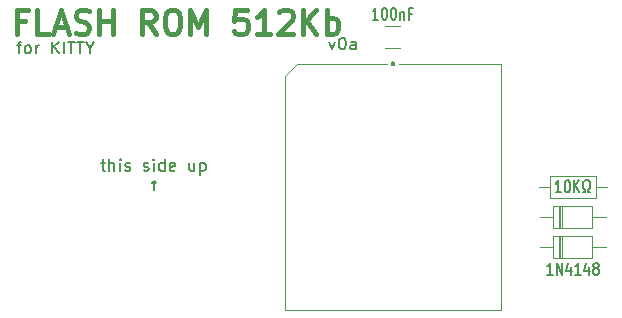
<source format=gbr>
%TF.GenerationSoftware,KiCad,Pcbnew,7.0.8*%
%TF.CreationDate,2023-11-13T09:49:43+00:00*%
%TF.ProjectId,rom-cart,726f6d2d-6361-4727-942e-6b696361645f,rev?*%
%TF.SameCoordinates,Original*%
%TF.FileFunction,Legend,Top*%
%TF.FilePolarity,Positive*%
%FSLAX46Y46*%
G04 Gerber Fmt 4.6, Leading zero omitted, Abs format (unit mm)*
G04 Created by KiCad (PCBNEW 7.0.8) date 2023-11-13 09:49:43*
%MOMM*%
%LPD*%
G01*
G04 APERTURE LIST*
%ADD10C,0.150000*%
%ADD11C,0.400000*%
%ADD12C,0.160000*%
%ADD13C,0.200000*%
%ADD14C,0.120000*%
%ADD15C,0.300000*%
G04 APERTURE END LIST*
D10*
X43093095Y-61687152D02*
X43474047Y-61687152D01*
X43235952Y-62353819D02*
X43235952Y-61496676D01*
X43235952Y-61496676D02*
X43283571Y-61401438D01*
X43283571Y-61401438D02*
X43378809Y-61353819D01*
X43378809Y-61353819D02*
X43474047Y-61353819D01*
X43950238Y-62353819D02*
X43855000Y-62306200D01*
X43855000Y-62306200D02*
X43807381Y-62258580D01*
X43807381Y-62258580D02*
X43759762Y-62163342D01*
X43759762Y-62163342D02*
X43759762Y-61877628D01*
X43759762Y-61877628D02*
X43807381Y-61782390D01*
X43807381Y-61782390D02*
X43855000Y-61734771D01*
X43855000Y-61734771D02*
X43950238Y-61687152D01*
X43950238Y-61687152D02*
X44093095Y-61687152D01*
X44093095Y-61687152D02*
X44188333Y-61734771D01*
X44188333Y-61734771D02*
X44235952Y-61782390D01*
X44235952Y-61782390D02*
X44283571Y-61877628D01*
X44283571Y-61877628D02*
X44283571Y-62163342D01*
X44283571Y-62163342D02*
X44235952Y-62258580D01*
X44235952Y-62258580D02*
X44188333Y-62306200D01*
X44188333Y-62306200D02*
X44093095Y-62353819D01*
X44093095Y-62353819D02*
X43950238Y-62353819D01*
X44712143Y-62353819D02*
X44712143Y-61687152D01*
X44712143Y-61877628D02*
X44759762Y-61782390D01*
X44759762Y-61782390D02*
X44807381Y-61734771D01*
X44807381Y-61734771D02*
X44902619Y-61687152D01*
X44902619Y-61687152D02*
X44997857Y-61687152D01*
X46093096Y-62353819D02*
X46093096Y-61353819D01*
X46664524Y-62353819D02*
X46235953Y-61782390D01*
X46664524Y-61353819D02*
X46093096Y-61925247D01*
X47093096Y-62353819D02*
X47093096Y-61353819D01*
X47426429Y-61353819D02*
X47997857Y-61353819D01*
X47712143Y-62353819D02*
X47712143Y-61353819D01*
X48188334Y-61353819D02*
X48759762Y-61353819D01*
X48474048Y-62353819D02*
X48474048Y-61353819D01*
X49283572Y-61877628D02*
X49283572Y-62353819D01*
X48950239Y-61353819D02*
X49283572Y-61877628D01*
X49283572Y-61877628D02*
X49616905Y-61353819D01*
D11*
X43784856Y-59646819D02*
X43118189Y-59646819D01*
X43118189Y-60694438D02*
X43118189Y-58694438D01*
X43118189Y-58694438D02*
X44070570Y-58694438D01*
X45784856Y-60694438D02*
X44832475Y-60694438D01*
X44832475Y-60694438D02*
X44832475Y-58694438D01*
X46356285Y-60123009D02*
X47308666Y-60123009D01*
X46165809Y-60694438D02*
X46832475Y-58694438D01*
X46832475Y-58694438D02*
X47499142Y-60694438D01*
X48070571Y-60599200D02*
X48356285Y-60694438D01*
X48356285Y-60694438D02*
X48832476Y-60694438D01*
X48832476Y-60694438D02*
X49022952Y-60599200D01*
X49022952Y-60599200D02*
X49118190Y-60503961D01*
X49118190Y-60503961D02*
X49213428Y-60313485D01*
X49213428Y-60313485D02*
X49213428Y-60123009D01*
X49213428Y-60123009D02*
X49118190Y-59932533D01*
X49118190Y-59932533D02*
X49022952Y-59837295D01*
X49022952Y-59837295D02*
X48832476Y-59742057D01*
X48832476Y-59742057D02*
X48451523Y-59646819D01*
X48451523Y-59646819D02*
X48261047Y-59551580D01*
X48261047Y-59551580D02*
X48165809Y-59456342D01*
X48165809Y-59456342D02*
X48070571Y-59265866D01*
X48070571Y-59265866D02*
X48070571Y-59075390D01*
X48070571Y-59075390D02*
X48165809Y-58884914D01*
X48165809Y-58884914D02*
X48261047Y-58789676D01*
X48261047Y-58789676D02*
X48451523Y-58694438D01*
X48451523Y-58694438D02*
X48927714Y-58694438D01*
X48927714Y-58694438D02*
X49213428Y-58789676D01*
X50070571Y-60694438D02*
X50070571Y-58694438D01*
X50070571Y-59646819D02*
X51213428Y-59646819D01*
X51213428Y-60694438D02*
X51213428Y-58694438D01*
X54832476Y-60694438D02*
X54165809Y-59742057D01*
X53689619Y-60694438D02*
X53689619Y-58694438D01*
X53689619Y-58694438D02*
X54451524Y-58694438D01*
X54451524Y-58694438D02*
X54642000Y-58789676D01*
X54642000Y-58789676D02*
X54737238Y-58884914D01*
X54737238Y-58884914D02*
X54832476Y-59075390D01*
X54832476Y-59075390D02*
X54832476Y-59361104D01*
X54832476Y-59361104D02*
X54737238Y-59551580D01*
X54737238Y-59551580D02*
X54642000Y-59646819D01*
X54642000Y-59646819D02*
X54451524Y-59742057D01*
X54451524Y-59742057D02*
X53689619Y-59742057D01*
X56070571Y-58694438D02*
X56451524Y-58694438D01*
X56451524Y-58694438D02*
X56642000Y-58789676D01*
X56642000Y-58789676D02*
X56832476Y-58980152D01*
X56832476Y-58980152D02*
X56927714Y-59361104D01*
X56927714Y-59361104D02*
X56927714Y-60027771D01*
X56927714Y-60027771D02*
X56832476Y-60408723D01*
X56832476Y-60408723D02*
X56642000Y-60599200D01*
X56642000Y-60599200D02*
X56451524Y-60694438D01*
X56451524Y-60694438D02*
X56070571Y-60694438D01*
X56070571Y-60694438D02*
X55880095Y-60599200D01*
X55880095Y-60599200D02*
X55689619Y-60408723D01*
X55689619Y-60408723D02*
X55594381Y-60027771D01*
X55594381Y-60027771D02*
X55594381Y-59361104D01*
X55594381Y-59361104D02*
X55689619Y-58980152D01*
X55689619Y-58980152D02*
X55880095Y-58789676D01*
X55880095Y-58789676D02*
X56070571Y-58694438D01*
X57784857Y-60694438D02*
X57784857Y-58694438D01*
X57784857Y-58694438D02*
X58451524Y-60123009D01*
X58451524Y-60123009D02*
X59118190Y-58694438D01*
X59118190Y-58694438D02*
X59118190Y-60694438D01*
X62546762Y-58694438D02*
X61594381Y-58694438D01*
X61594381Y-58694438D02*
X61499143Y-59646819D01*
X61499143Y-59646819D02*
X61594381Y-59551580D01*
X61594381Y-59551580D02*
X61784857Y-59456342D01*
X61784857Y-59456342D02*
X62261048Y-59456342D01*
X62261048Y-59456342D02*
X62451524Y-59551580D01*
X62451524Y-59551580D02*
X62546762Y-59646819D01*
X62546762Y-59646819D02*
X62642000Y-59837295D01*
X62642000Y-59837295D02*
X62642000Y-60313485D01*
X62642000Y-60313485D02*
X62546762Y-60503961D01*
X62546762Y-60503961D02*
X62451524Y-60599200D01*
X62451524Y-60599200D02*
X62261048Y-60694438D01*
X62261048Y-60694438D02*
X61784857Y-60694438D01*
X61784857Y-60694438D02*
X61594381Y-60599200D01*
X61594381Y-60599200D02*
X61499143Y-60503961D01*
X64546762Y-60694438D02*
X63403905Y-60694438D01*
X63975333Y-60694438D02*
X63975333Y-58694438D01*
X63975333Y-58694438D02*
X63784857Y-58980152D01*
X63784857Y-58980152D02*
X63594381Y-59170628D01*
X63594381Y-59170628D02*
X63403905Y-59265866D01*
X65308667Y-58884914D02*
X65403905Y-58789676D01*
X65403905Y-58789676D02*
X65594381Y-58694438D01*
X65594381Y-58694438D02*
X66070572Y-58694438D01*
X66070572Y-58694438D02*
X66261048Y-58789676D01*
X66261048Y-58789676D02*
X66356286Y-58884914D01*
X66356286Y-58884914D02*
X66451524Y-59075390D01*
X66451524Y-59075390D02*
X66451524Y-59265866D01*
X66451524Y-59265866D02*
X66356286Y-59551580D01*
X66356286Y-59551580D02*
X65213429Y-60694438D01*
X65213429Y-60694438D02*
X66451524Y-60694438D01*
X67308667Y-60694438D02*
X67308667Y-58694438D01*
X68451524Y-60694438D02*
X67594381Y-59551580D01*
X68451524Y-58694438D02*
X67308667Y-59837295D01*
X69308667Y-60694438D02*
X69308667Y-58694438D01*
X69308667Y-59456342D02*
X69499143Y-59361104D01*
X69499143Y-59361104D02*
X69880096Y-59361104D01*
X69880096Y-59361104D02*
X70070572Y-59456342D01*
X70070572Y-59456342D02*
X70165810Y-59551580D01*
X70165810Y-59551580D02*
X70261048Y-59742057D01*
X70261048Y-59742057D02*
X70261048Y-60313485D01*
X70261048Y-60313485D02*
X70165810Y-60503961D01*
X70165810Y-60503961D02*
X70070572Y-60599200D01*
X70070572Y-60599200D02*
X69880096Y-60694438D01*
X69880096Y-60694438D02*
X69499143Y-60694438D01*
X69499143Y-60694438D02*
X69308667Y-60599200D01*
D10*
X69546933Y-61356952D02*
X69785028Y-62023619D01*
X69785028Y-62023619D02*
X70023123Y-61356952D01*
X70594552Y-61023619D02*
X70689790Y-61023619D01*
X70689790Y-61023619D02*
X70785028Y-61071238D01*
X70785028Y-61071238D02*
X70832647Y-61118857D01*
X70832647Y-61118857D02*
X70880266Y-61214095D01*
X70880266Y-61214095D02*
X70927885Y-61404571D01*
X70927885Y-61404571D02*
X70927885Y-61642666D01*
X70927885Y-61642666D02*
X70880266Y-61833142D01*
X70880266Y-61833142D02*
X70832647Y-61928380D01*
X70832647Y-61928380D02*
X70785028Y-61976000D01*
X70785028Y-61976000D02*
X70689790Y-62023619D01*
X70689790Y-62023619D02*
X70594552Y-62023619D01*
X70594552Y-62023619D02*
X70499314Y-61976000D01*
X70499314Y-61976000D02*
X70451695Y-61928380D01*
X70451695Y-61928380D02*
X70404076Y-61833142D01*
X70404076Y-61833142D02*
X70356457Y-61642666D01*
X70356457Y-61642666D02*
X70356457Y-61404571D01*
X70356457Y-61404571D02*
X70404076Y-61214095D01*
X70404076Y-61214095D02*
X70451695Y-61118857D01*
X70451695Y-61118857D02*
X70499314Y-61071238D01*
X70499314Y-61071238D02*
X70594552Y-61023619D01*
X71785028Y-62023619D02*
X71785028Y-61499809D01*
X71785028Y-61499809D02*
X71737409Y-61404571D01*
X71737409Y-61404571D02*
X71642171Y-61356952D01*
X71642171Y-61356952D02*
X71451695Y-61356952D01*
X71451695Y-61356952D02*
X71356457Y-61404571D01*
X71785028Y-61976000D02*
X71689790Y-62023619D01*
X71689790Y-62023619D02*
X71451695Y-62023619D01*
X71451695Y-62023619D02*
X71356457Y-61976000D01*
X71356457Y-61976000D02*
X71308838Y-61880761D01*
X71308838Y-61880761D02*
X71308838Y-61785523D01*
X71308838Y-61785523D02*
X71356457Y-61690285D01*
X71356457Y-61690285D02*
X71451695Y-61642666D01*
X71451695Y-61642666D02*
X71689790Y-61642666D01*
X71689790Y-61642666D02*
X71785028Y-61595047D01*
X50210009Y-71634152D02*
X50590961Y-71634152D01*
X50352866Y-71300819D02*
X50352866Y-72157961D01*
X50352866Y-72157961D02*
X50400485Y-72253200D01*
X50400485Y-72253200D02*
X50495723Y-72300819D01*
X50495723Y-72300819D02*
X50590961Y-72300819D01*
X50924295Y-72300819D02*
X50924295Y-71300819D01*
X51352866Y-72300819D02*
X51352866Y-71777009D01*
X51352866Y-71777009D02*
X51305247Y-71681771D01*
X51305247Y-71681771D02*
X51210009Y-71634152D01*
X51210009Y-71634152D02*
X51067152Y-71634152D01*
X51067152Y-71634152D02*
X50971914Y-71681771D01*
X50971914Y-71681771D02*
X50924295Y-71729390D01*
X51829057Y-72300819D02*
X51829057Y-71634152D01*
X51829057Y-71300819D02*
X51781438Y-71348438D01*
X51781438Y-71348438D02*
X51829057Y-71396057D01*
X51829057Y-71396057D02*
X51876676Y-71348438D01*
X51876676Y-71348438D02*
X51829057Y-71300819D01*
X51829057Y-71300819D02*
X51829057Y-71396057D01*
X52257628Y-72253200D02*
X52352866Y-72300819D01*
X52352866Y-72300819D02*
X52543342Y-72300819D01*
X52543342Y-72300819D02*
X52638580Y-72253200D01*
X52638580Y-72253200D02*
X52686199Y-72157961D01*
X52686199Y-72157961D02*
X52686199Y-72110342D01*
X52686199Y-72110342D02*
X52638580Y-72015104D01*
X52638580Y-72015104D02*
X52543342Y-71967485D01*
X52543342Y-71967485D02*
X52400485Y-71967485D01*
X52400485Y-71967485D02*
X52305247Y-71919866D01*
X52305247Y-71919866D02*
X52257628Y-71824628D01*
X52257628Y-71824628D02*
X52257628Y-71777009D01*
X52257628Y-71777009D02*
X52305247Y-71681771D01*
X52305247Y-71681771D02*
X52400485Y-71634152D01*
X52400485Y-71634152D02*
X52543342Y-71634152D01*
X52543342Y-71634152D02*
X52638580Y-71681771D01*
X53829057Y-72253200D02*
X53924295Y-72300819D01*
X53924295Y-72300819D02*
X54114771Y-72300819D01*
X54114771Y-72300819D02*
X54210009Y-72253200D01*
X54210009Y-72253200D02*
X54257628Y-72157961D01*
X54257628Y-72157961D02*
X54257628Y-72110342D01*
X54257628Y-72110342D02*
X54210009Y-72015104D01*
X54210009Y-72015104D02*
X54114771Y-71967485D01*
X54114771Y-71967485D02*
X53971914Y-71967485D01*
X53971914Y-71967485D02*
X53876676Y-71919866D01*
X53876676Y-71919866D02*
X53829057Y-71824628D01*
X53829057Y-71824628D02*
X53829057Y-71777009D01*
X53829057Y-71777009D02*
X53876676Y-71681771D01*
X53876676Y-71681771D02*
X53971914Y-71634152D01*
X53971914Y-71634152D02*
X54114771Y-71634152D01*
X54114771Y-71634152D02*
X54210009Y-71681771D01*
X54686200Y-72300819D02*
X54686200Y-71634152D01*
X54686200Y-71300819D02*
X54638581Y-71348438D01*
X54638581Y-71348438D02*
X54686200Y-71396057D01*
X54686200Y-71396057D02*
X54733819Y-71348438D01*
X54733819Y-71348438D02*
X54686200Y-71300819D01*
X54686200Y-71300819D02*
X54686200Y-71396057D01*
X55590961Y-72300819D02*
X55590961Y-71300819D01*
X55590961Y-72253200D02*
X55495723Y-72300819D01*
X55495723Y-72300819D02*
X55305247Y-72300819D01*
X55305247Y-72300819D02*
X55210009Y-72253200D01*
X55210009Y-72253200D02*
X55162390Y-72205580D01*
X55162390Y-72205580D02*
X55114771Y-72110342D01*
X55114771Y-72110342D02*
X55114771Y-71824628D01*
X55114771Y-71824628D02*
X55162390Y-71729390D01*
X55162390Y-71729390D02*
X55210009Y-71681771D01*
X55210009Y-71681771D02*
X55305247Y-71634152D01*
X55305247Y-71634152D02*
X55495723Y-71634152D01*
X55495723Y-71634152D02*
X55590961Y-71681771D01*
X56448104Y-72253200D02*
X56352866Y-72300819D01*
X56352866Y-72300819D02*
X56162390Y-72300819D01*
X56162390Y-72300819D02*
X56067152Y-72253200D01*
X56067152Y-72253200D02*
X56019533Y-72157961D01*
X56019533Y-72157961D02*
X56019533Y-71777009D01*
X56019533Y-71777009D02*
X56067152Y-71681771D01*
X56067152Y-71681771D02*
X56162390Y-71634152D01*
X56162390Y-71634152D02*
X56352866Y-71634152D01*
X56352866Y-71634152D02*
X56448104Y-71681771D01*
X56448104Y-71681771D02*
X56495723Y-71777009D01*
X56495723Y-71777009D02*
X56495723Y-71872247D01*
X56495723Y-71872247D02*
X56019533Y-71967485D01*
X58114771Y-71634152D02*
X58114771Y-72300819D01*
X57686200Y-71634152D02*
X57686200Y-72157961D01*
X57686200Y-72157961D02*
X57733819Y-72253200D01*
X57733819Y-72253200D02*
X57829057Y-72300819D01*
X57829057Y-72300819D02*
X57971914Y-72300819D01*
X57971914Y-72300819D02*
X58067152Y-72253200D01*
X58067152Y-72253200D02*
X58114771Y-72205580D01*
X58590962Y-71634152D02*
X58590962Y-72634152D01*
X58590962Y-71681771D02*
X58686200Y-71634152D01*
X58686200Y-71634152D02*
X58876676Y-71634152D01*
X58876676Y-71634152D02*
X58971914Y-71681771D01*
X58971914Y-71681771D02*
X59019533Y-71729390D01*
X59019533Y-71729390D02*
X59067152Y-71824628D01*
X59067152Y-71824628D02*
X59067152Y-72110342D01*
X59067152Y-72110342D02*
X59019533Y-72205580D01*
X59019533Y-72205580D02*
X58971914Y-72253200D01*
X58971914Y-72253200D02*
X58876676Y-72300819D01*
X58876676Y-72300819D02*
X58686200Y-72300819D01*
X58686200Y-72300819D02*
X58590962Y-72253200D01*
X54686200Y-73910819D02*
X54686200Y-73148914D01*
X54495724Y-73339390D02*
X54686200Y-73148914D01*
X54686200Y-73148914D02*
X54876676Y-73339390D01*
D12*
X88455713Y-81114299D02*
X87998570Y-81114299D01*
X88227142Y-81114299D02*
X88227142Y-80114299D01*
X88227142Y-80114299D02*
X88150951Y-80257156D01*
X88150951Y-80257156D02*
X88074761Y-80352394D01*
X88074761Y-80352394D02*
X87998570Y-80400013D01*
X88798571Y-81114299D02*
X88798571Y-80114299D01*
X88798571Y-80114299D02*
X89255714Y-81114299D01*
X89255714Y-81114299D02*
X89255714Y-80114299D01*
X89979523Y-80447632D02*
X89979523Y-81114299D01*
X89789047Y-80066680D02*
X89598570Y-80780965D01*
X89598570Y-80780965D02*
X90093809Y-80780965D01*
X90817618Y-81114299D02*
X90360475Y-81114299D01*
X90589047Y-81114299D02*
X90589047Y-80114299D01*
X90589047Y-80114299D02*
X90512856Y-80257156D01*
X90512856Y-80257156D02*
X90436666Y-80352394D01*
X90436666Y-80352394D02*
X90360475Y-80400013D01*
X91503333Y-80447632D02*
X91503333Y-81114299D01*
X91312857Y-80066680D02*
X91122380Y-80780965D01*
X91122380Y-80780965D02*
X91617619Y-80780965D01*
X92036666Y-80542870D02*
X91960476Y-80495251D01*
X91960476Y-80495251D02*
X91922381Y-80447632D01*
X91922381Y-80447632D02*
X91884285Y-80352394D01*
X91884285Y-80352394D02*
X91884285Y-80304775D01*
X91884285Y-80304775D02*
X91922381Y-80209537D01*
X91922381Y-80209537D02*
X91960476Y-80161918D01*
X91960476Y-80161918D02*
X92036666Y-80114299D01*
X92036666Y-80114299D02*
X92189047Y-80114299D01*
X92189047Y-80114299D02*
X92265238Y-80161918D01*
X92265238Y-80161918D02*
X92303333Y-80209537D01*
X92303333Y-80209537D02*
X92341428Y-80304775D01*
X92341428Y-80304775D02*
X92341428Y-80352394D01*
X92341428Y-80352394D02*
X92303333Y-80447632D01*
X92303333Y-80447632D02*
X92265238Y-80495251D01*
X92265238Y-80495251D02*
X92189047Y-80542870D01*
X92189047Y-80542870D02*
X92036666Y-80542870D01*
X92036666Y-80542870D02*
X91960476Y-80590489D01*
X91960476Y-80590489D02*
X91922381Y-80638108D01*
X91922381Y-80638108D02*
X91884285Y-80733346D01*
X91884285Y-80733346D02*
X91884285Y-80923822D01*
X91884285Y-80923822D02*
X91922381Y-81019060D01*
X91922381Y-81019060D02*
X91960476Y-81066680D01*
X91960476Y-81066680D02*
X92036666Y-81114299D01*
X92036666Y-81114299D02*
X92189047Y-81114299D01*
X92189047Y-81114299D02*
X92265238Y-81066680D01*
X92265238Y-81066680D02*
X92303333Y-81019060D01*
X92303333Y-81019060D02*
X92341428Y-80923822D01*
X92341428Y-80923822D02*
X92341428Y-80733346D01*
X92341428Y-80733346D02*
X92303333Y-80638108D01*
X92303333Y-80638108D02*
X92265238Y-80590489D01*
X92265238Y-80590489D02*
X92189047Y-80542870D01*
X73671904Y-59509299D02*
X73214761Y-59509299D01*
X73443333Y-59509299D02*
X73443333Y-58509299D01*
X73443333Y-58509299D02*
X73367142Y-58652156D01*
X73367142Y-58652156D02*
X73290952Y-58747394D01*
X73290952Y-58747394D02*
X73214761Y-58795013D01*
X74167143Y-58509299D02*
X74243333Y-58509299D01*
X74243333Y-58509299D02*
X74319524Y-58556918D01*
X74319524Y-58556918D02*
X74357619Y-58604537D01*
X74357619Y-58604537D02*
X74395714Y-58699775D01*
X74395714Y-58699775D02*
X74433809Y-58890251D01*
X74433809Y-58890251D02*
X74433809Y-59128346D01*
X74433809Y-59128346D02*
X74395714Y-59318822D01*
X74395714Y-59318822D02*
X74357619Y-59414060D01*
X74357619Y-59414060D02*
X74319524Y-59461680D01*
X74319524Y-59461680D02*
X74243333Y-59509299D01*
X74243333Y-59509299D02*
X74167143Y-59509299D01*
X74167143Y-59509299D02*
X74090952Y-59461680D01*
X74090952Y-59461680D02*
X74052857Y-59414060D01*
X74052857Y-59414060D02*
X74014762Y-59318822D01*
X74014762Y-59318822D02*
X73976666Y-59128346D01*
X73976666Y-59128346D02*
X73976666Y-58890251D01*
X73976666Y-58890251D02*
X74014762Y-58699775D01*
X74014762Y-58699775D02*
X74052857Y-58604537D01*
X74052857Y-58604537D02*
X74090952Y-58556918D01*
X74090952Y-58556918D02*
X74167143Y-58509299D01*
X74929048Y-58509299D02*
X75005238Y-58509299D01*
X75005238Y-58509299D02*
X75081429Y-58556918D01*
X75081429Y-58556918D02*
X75119524Y-58604537D01*
X75119524Y-58604537D02*
X75157619Y-58699775D01*
X75157619Y-58699775D02*
X75195714Y-58890251D01*
X75195714Y-58890251D02*
X75195714Y-59128346D01*
X75195714Y-59128346D02*
X75157619Y-59318822D01*
X75157619Y-59318822D02*
X75119524Y-59414060D01*
X75119524Y-59414060D02*
X75081429Y-59461680D01*
X75081429Y-59461680D02*
X75005238Y-59509299D01*
X75005238Y-59509299D02*
X74929048Y-59509299D01*
X74929048Y-59509299D02*
X74852857Y-59461680D01*
X74852857Y-59461680D02*
X74814762Y-59414060D01*
X74814762Y-59414060D02*
X74776667Y-59318822D01*
X74776667Y-59318822D02*
X74738571Y-59128346D01*
X74738571Y-59128346D02*
X74738571Y-58890251D01*
X74738571Y-58890251D02*
X74776667Y-58699775D01*
X74776667Y-58699775D02*
X74814762Y-58604537D01*
X74814762Y-58604537D02*
X74852857Y-58556918D01*
X74852857Y-58556918D02*
X74929048Y-58509299D01*
X75538572Y-58842632D02*
X75538572Y-59509299D01*
X75538572Y-58937870D02*
X75576667Y-58890251D01*
X75576667Y-58890251D02*
X75652857Y-58842632D01*
X75652857Y-58842632D02*
X75767143Y-58842632D01*
X75767143Y-58842632D02*
X75843334Y-58890251D01*
X75843334Y-58890251D02*
X75881429Y-58985489D01*
X75881429Y-58985489D02*
X75881429Y-59509299D01*
X76529048Y-58985489D02*
X76262382Y-58985489D01*
X76262382Y-59509299D02*
X76262382Y-58509299D01*
X76262382Y-58509299D02*
X76643334Y-58509299D01*
D13*
X89160475Y-74112219D02*
X88703332Y-74112219D01*
X88931904Y-74112219D02*
X88931904Y-73112219D01*
X88931904Y-73112219D02*
X88855713Y-73255076D01*
X88855713Y-73255076D02*
X88779523Y-73350314D01*
X88779523Y-73350314D02*
X88703332Y-73397933D01*
X89655714Y-73112219D02*
X89731904Y-73112219D01*
X89731904Y-73112219D02*
X89808095Y-73159838D01*
X89808095Y-73159838D02*
X89846190Y-73207457D01*
X89846190Y-73207457D02*
X89884285Y-73302695D01*
X89884285Y-73302695D02*
X89922380Y-73493171D01*
X89922380Y-73493171D02*
X89922380Y-73731266D01*
X89922380Y-73731266D02*
X89884285Y-73921742D01*
X89884285Y-73921742D02*
X89846190Y-74016980D01*
X89846190Y-74016980D02*
X89808095Y-74064600D01*
X89808095Y-74064600D02*
X89731904Y-74112219D01*
X89731904Y-74112219D02*
X89655714Y-74112219D01*
X89655714Y-74112219D02*
X89579523Y-74064600D01*
X89579523Y-74064600D02*
X89541428Y-74016980D01*
X89541428Y-74016980D02*
X89503333Y-73921742D01*
X89503333Y-73921742D02*
X89465237Y-73731266D01*
X89465237Y-73731266D02*
X89465237Y-73493171D01*
X89465237Y-73493171D02*
X89503333Y-73302695D01*
X89503333Y-73302695D02*
X89541428Y-73207457D01*
X89541428Y-73207457D02*
X89579523Y-73159838D01*
X89579523Y-73159838D02*
X89655714Y-73112219D01*
X90265238Y-74112219D02*
X90265238Y-73112219D01*
X90722381Y-74112219D02*
X90379523Y-73540790D01*
X90722381Y-73112219D02*
X90265238Y-73683647D01*
X91027142Y-74112219D02*
X91217619Y-74112219D01*
X91217619Y-74112219D02*
X91217619Y-73921742D01*
X91217619Y-73921742D02*
X91141428Y-73874123D01*
X91141428Y-73874123D02*
X91065238Y-73778885D01*
X91065238Y-73778885D02*
X91027142Y-73636028D01*
X91027142Y-73636028D02*
X91027142Y-73397933D01*
X91027142Y-73397933D02*
X91065238Y-73255076D01*
X91065238Y-73255076D02*
X91141428Y-73159838D01*
X91141428Y-73159838D02*
X91255714Y-73112219D01*
X91255714Y-73112219D02*
X91408095Y-73112219D01*
X91408095Y-73112219D02*
X91522381Y-73159838D01*
X91522381Y-73159838D02*
X91598571Y-73255076D01*
X91598571Y-73255076D02*
X91636666Y-73397933D01*
X91636666Y-73397933D02*
X91636666Y-73636028D01*
X91636666Y-73636028D02*
X91598571Y-73778885D01*
X91598571Y-73778885D02*
X91522381Y-73874123D01*
X91522381Y-73874123D02*
X91446190Y-73921742D01*
X91446190Y-73921742D02*
X91446190Y-74112219D01*
X91446190Y-74112219D02*
X91636666Y-74112219D01*
D14*
%TO.C,D1*%
X87345000Y-78740000D02*
X88525000Y-78740000D01*
X88525000Y-77820000D02*
X88525000Y-79660000D01*
X88525000Y-79660000D02*
X91805000Y-79660000D01*
X88981000Y-77820000D02*
X88981000Y-79660000D01*
X89101000Y-77820000D02*
X89101000Y-79660000D01*
X89221000Y-77820000D02*
X89221000Y-79660000D01*
X91805000Y-77820000D02*
X88525000Y-77820000D01*
X91805000Y-79660000D02*
X91805000Y-77820000D01*
X92985000Y-78740000D02*
X91805000Y-78740000D01*
%TO.C,C1*%
X74281000Y-60040000D02*
X75539000Y-60040000D01*
X74281000Y-61880000D02*
X75539000Y-61880000D01*
%TO.C,U1*%
X65805000Y-64260000D02*
X65805000Y-84060000D01*
X65805000Y-84060000D02*
X84055000Y-84060000D01*
X66805000Y-63260000D02*
X65805000Y-64260000D01*
X74422000Y-63260000D02*
X66805000Y-63260000D01*
X84055000Y-63260000D02*
X75438000Y-63260000D01*
X84055000Y-84060000D02*
X84055000Y-63260000D01*
D15*
X74993500Y-63246000D02*
G75*
G03*
X74993500Y-63246000I-63500J0D01*
G01*
D14*
%TO.C,D2*%
X87345000Y-76200000D02*
X88525000Y-76200000D01*
X88525000Y-75280000D02*
X88525000Y-77120000D01*
X88525000Y-77120000D02*
X91805000Y-77120000D01*
X88981000Y-75280000D02*
X88981000Y-77120000D01*
X89101000Y-75280000D02*
X89101000Y-77120000D01*
X89221000Y-75280000D02*
X89221000Y-77120000D01*
X91805000Y-75280000D02*
X88525000Y-75280000D01*
X91805000Y-77120000D02*
X91805000Y-75280000D01*
X92985000Y-76200000D02*
X91805000Y-76200000D01*
%TO.C,R1*%
X93035000Y-73660000D02*
X92085000Y-73660000D01*
X92085000Y-74580000D02*
X92085000Y-72740000D01*
X92085000Y-72740000D02*
X88245000Y-72740000D01*
X88245000Y-74580000D02*
X92085000Y-74580000D01*
X88245000Y-72740000D02*
X88245000Y-74580000D01*
X87295000Y-73660000D02*
X88245000Y-73660000D01*
%TD*%
M02*

</source>
